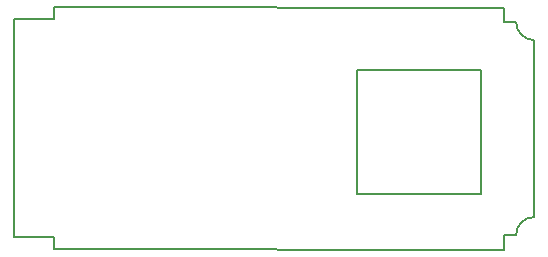
<source format=gbr>
G04 #@! TF.GenerationSoftware,KiCad,Pcbnew,5.0.2-bee76a0~70~ubuntu18.04.1*
G04 #@! TF.CreationDate,2020-06-29T01:54:23-07:00*
G04 #@! TF.ProjectId,qrng,71726e67-2e6b-4696-9361-645f70636258,1*
G04 #@! TF.SameCoordinates,Original*
G04 #@! TF.FileFunction,Profile,NP*
%FSLAX46Y46*%
G04 Gerber Fmt 4.6, Leading zero omitted, Abs format (unit mm)*
G04 Created by KiCad (PCBNEW 5.0.2-bee76a0~70~ubuntu18.04.1) date Mon 29 Jun 2020 01:54:23 AM MST*
%MOMM*%
%LPD*%
G01*
G04 APERTURE LIST*
%ADD10C,0.200000*%
G04 APERTURE END LIST*
D10*
X125900000Y-109200000D02*
X122500000Y-109200000D01*
X125900000Y-110200000D02*
X125900000Y-109200000D01*
X125900000Y-90700000D02*
X122500000Y-90700000D01*
X125900000Y-89700000D02*
X125900000Y-90700000D01*
X166500000Y-92500000D02*
G75*
G02X165000000Y-91000000I0J1500000D01*
G01*
X165000000Y-109000000D02*
G75*
G02X166500000Y-107500000I1500000J0D01*
G01*
X151500000Y-105500000D02*
X151500000Y-95000000D01*
X162000000Y-105500000D02*
X151500000Y-105500000D01*
X162000000Y-95000000D02*
X162000000Y-105500000D01*
X151500000Y-95000000D02*
X162000000Y-95000000D01*
X122500000Y-109200000D02*
X122500000Y-106500000D01*
X164000000Y-110250000D02*
X125900000Y-110200000D01*
X164000000Y-109000000D02*
X164000000Y-110250000D01*
X165000000Y-109000000D02*
X164000000Y-109000000D01*
X166500000Y-92500000D02*
X166500000Y-107500000D01*
X164000000Y-91000000D02*
X165000000Y-91000000D01*
X164000000Y-89750000D02*
X164000000Y-91000000D01*
X125900000Y-89700000D02*
X164000000Y-89750000D01*
X122500000Y-106490000D02*
X122500000Y-90700000D01*
M02*

</source>
